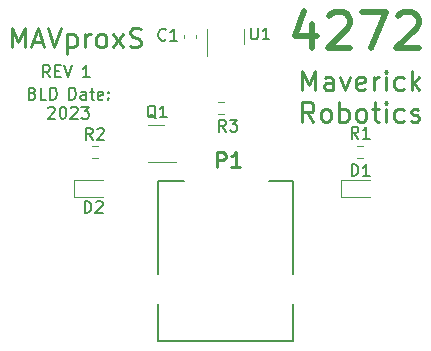
<source format=gbr>
%TF.GenerationSoftware,KiCad,Pcbnew,(7.0.0)*%
%TF.CreationDate,2023-11-20T19:32:08-05:00*%
%TF.ProjectId,4272MAVproxS_R1,34323732-4d41-4567-9072-6f78535f5231,rev?*%
%TF.SameCoordinates,Original*%
%TF.FileFunction,Legend,Top*%
%TF.FilePolarity,Positive*%
%FSLAX46Y46*%
G04 Gerber Fmt 4.6, Leading zero omitted, Abs format (unit mm)*
G04 Created by KiCad (PCBNEW (7.0.0)) date 2023-11-20 19:32:08*
%MOMM*%
%LPD*%
G01*
G04 APERTURE LIST*
%ADD10C,0.254000*%
%ADD11C,0.150000*%
%ADD12C,0.203200*%
%ADD13C,0.482600*%
%ADD14C,0.120000*%
%ADD15C,0.200000*%
G04 APERTURE END LIST*
D10*
X134258095Y-51715711D02*
X134258095Y-50064711D01*
X134258095Y-50064711D02*
X134808428Y-51243997D01*
X134808428Y-51243997D02*
X135358761Y-50064711D01*
X135358761Y-50064711D02*
X135358761Y-51715711D01*
X136066333Y-51243997D02*
X136852523Y-51243997D01*
X135909095Y-51715711D02*
X136459428Y-50064711D01*
X136459428Y-50064711D02*
X137009761Y-51715711D01*
X137324238Y-50064711D02*
X137874571Y-51715711D01*
X137874571Y-51715711D02*
X138424904Y-50064711D01*
X138975238Y-50615045D02*
X138975238Y-52266045D01*
X138975238Y-50693664D02*
X139132476Y-50615045D01*
X139132476Y-50615045D02*
X139446952Y-50615045D01*
X139446952Y-50615045D02*
X139604190Y-50693664D01*
X139604190Y-50693664D02*
X139682809Y-50772283D01*
X139682809Y-50772283D02*
X139761428Y-50929521D01*
X139761428Y-50929521D02*
X139761428Y-51401235D01*
X139761428Y-51401235D02*
X139682809Y-51558473D01*
X139682809Y-51558473D02*
X139604190Y-51637092D01*
X139604190Y-51637092D02*
X139446952Y-51715711D01*
X139446952Y-51715711D02*
X139132476Y-51715711D01*
X139132476Y-51715711D02*
X138975238Y-51637092D01*
X140469000Y-51715711D02*
X140469000Y-50615045D01*
X140469000Y-50929521D02*
X140547619Y-50772283D01*
X140547619Y-50772283D02*
X140626238Y-50693664D01*
X140626238Y-50693664D02*
X140783476Y-50615045D01*
X140783476Y-50615045D02*
X140940714Y-50615045D01*
X141726905Y-51715711D02*
X141569667Y-51637092D01*
X141569667Y-51637092D02*
X141491048Y-51558473D01*
X141491048Y-51558473D02*
X141412429Y-51401235D01*
X141412429Y-51401235D02*
X141412429Y-50929521D01*
X141412429Y-50929521D02*
X141491048Y-50772283D01*
X141491048Y-50772283D02*
X141569667Y-50693664D01*
X141569667Y-50693664D02*
X141726905Y-50615045D01*
X141726905Y-50615045D02*
X141962762Y-50615045D01*
X141962762Y-50615045D02*
X142120000Y-50693664D01*
X142120000Y-50693664D02*
X142198619Y-50772283D01*
X142198619Y-50772283D02*
X142277238Y-50929521D01*
X142277238Y-50929521D02*
X142277238Y-51401235D01*
X142277238Y-51401235D02*
X142198619Y-51558473D01*
X142198619Y-51558473D02*
X142120000Y-51637092D01*
X142120000Y-51637092D02*
X141962762Y-51715711D01*
X141962762Y-51715711D02*
X141726905Y-51715711D01*
X142827572Y-51715711D02*
X143692381Y-50615045D01*
X142827572Y-50615045D02*
X143692381Y-51715711D01*
X144242715Y-51637092D02*
X144478572Y-51715711D01*
X144478572Y-51715711D02*
X144871667Y-51715711D01*
X144871667Y-51715711D02*
X145028905Y-51637092D01*
X145028905Y-51637092D02*
X145107524Y-51558473D01*
X145107524Y-51558473D02*
X145186143Y-51401235D01*
X145186143Y-51401235D02*
X145186143Y-51243997D01*
X145186143Y-51243997D02*
X145107524Y-51086759D01*
X145107524Y-51086759D02*
X145028905Y-51008140D01*
X145028905Y-51008140D02*
X144871667Y-50929521D01*
X144871667Y-50929521D02*
X144557191Y-50850902D01*
X144557191Y-50850902D02*
X144399953Y-50772283D01*
X144399953Y-50772283D02*
X144321334Y-50693664D01*
X144321334Y-50693664D02*
X144242715Y-50536426D01*
X144242715Y-50536426D02*
X144242715Y-50379188D01*
X144242715Y-50379188D02*
X144321334Y-50221950D01*
X144321334Y-50221950D02*
X144399953Y-50143331D01*
X144399953Y-50143331D02*
X144557191Y-50064711D01*
X144557191Y-50064711D02*
X144950286Y-50064711D01*
X144950286Y-50064711D02*
X145186143Y-50143331D01*
D11*
X136026904Y-55613571D02*
X136169761Y-55661190D01*
X136169761Y-55661190D02*
X136217380Y-55708809D01*
X136217380Y-55708809D02*
X136264999Y-55804047D01*
X136264999Y-55804047D02*
X136264999Y-55946904D01*
X136264999Y-55946904D02*
X136217380Y-56042142D01*
X136217380Y-56042142D02*
X136169761Y-56089761D01*
X136169761Y-56089761D02*
X136074523Y-56137380D01*
X136074523Y-56137380D02*
X135693571Y-56137380D01*
X135693571Y-56137380D02*
X135693571Y-55137380D01*
X135693571Y-55137380D02*
X136026904Y-55137380D01*
X136026904Y-55137380D02*
X136122142Y-55185000D01*
X136122142Y-55185000D02*
X136169761Y-55232619D01*
X136169761Y-55232619D02*
X136217380Y-55327857D01*
X136217380Y-55327857D02*
X136217380Y-55423095D01*
X136217380Y-55423095D02*
X136169761Y-55518333D01*
X136169761Y-55518333D02*
X136122142Y-55565952D01*
X136122142Y-55565952D02*
X136026904Y-55613571D01*
X136026904Y-55613571D02*
X135693571Y-55613571D01*
X137169761Y-56137380D02*
X136693571Y-56137380D01*
X136693571Y-56137380D02*
X136693571Y-55137380D01*
X137503095Y-56137380D02*
X137503095Y-55137380D01*
X137503095Y-55137380D02*
X137741190Y-55137380D01*
X137741190Y-55137380D02*
X137884047Y-55185000D01*
X137884047Y-55185000D02*
X137979285Y-55280238D01*
X137979285Y-55280238D02*
X138026904Y-55375476D01*
X138026904Y-55375476D02*
X138074523Y-55565952D01*
X138074523Y-55565952D02*
X138074523Y-55708809D01*
X138074523Y-55708809D02*
X138026904Y-55899285D01*
X138026904Y-55899285D02*
X137979285Y-55994523D01*
X137979285Y-55994523D02*
X137884047Y-56089761D01*
X137884047Y-56089761D02*
X137741190Y-56137380D01*
X137741190Y-56137380D02*
X137503095Y-56137380D01*
X139103095Y-56137380D02*
X139103095Y-55137380D01*
X139103095Y-55137380D02*
X139341190Y-55137380D01*
X139341190Y-55137380D02*
X139484047Y-55185000D01*
X139484047Y-55185000D02*
X139579285Y-55280238D01*
X139579285Y-55280238D02*
X139626904Y-55375476D01*
X139626904Y-55375476D02*
X139674523Y-55565952D01*
X139674523Y-55565952D02*
X139674523Y-55708809D01*
X139674523Y-55708809D02*
X139626904Y-55899285D01*
X139626904Y-55899285D02*
X139579285Y-55994523D01*
X139579285Y-55994523D02*
X139484047Y-56089761D01*
X139484047Y-56089761D02*
X139341190Y-56137380D01*
X139341190Y-56137380D02*
X139103095Y-56137380D01*
X140531666Y-56137380D02*
X140531666Y-55613571D01*
X140531666Y-55613571D02*
X140484047Y-55518333D01*
X140484047Y-55518333D02*
X140388809Y-55470714D01*
X140388809Y-55470714D02*
X140198333Y-55470714D01*
X140198333Y-55470714D02*
X140103095Y-55518333D01*
X140531666Y-56089761D02*
X140436428Y-56137380D01*
X140436428Y-56137380D02*
X140198333Y-56137380D01*
X140198333Y-56137380D02*
X140103095Y-56089761D01*
X140103095Y-56089761D02*
X140055476Y-55994523D01*
X140055476Y-55994523D02*
X140055476Y-55899285D01*
X140055476Y-55899285D02*
X140103095Y-55804047D01*
X140103095Y-55804047D02*
X140198333Y-55756428D01*
X140198333Y-55756428D02*
X140436428Y-55756428D01*
X140436428Y-55756428D02*
X140531666Y-55708809D01*
X140865000Y-55470714D02*
X141245952Y-55470714D01*
X141007857Y-55137380D02*
X141007857Y-55994523D01*
X141007857Y-55994523D02*
X141055476Y-56089761D01*
X141055476Y-56089761D02*
X141150714Y-56137380D01*
X141150714Y-56137380D02*
X141245952Y-56137380D01*
X141960238Y-56089761D02*
X141865000Y-56137380D01*
X141865000Y-56137380D02*
X141674524Y-56137380D01*
X141674524Y-56137380D02*
X141579286Y-56089761D01*
X141579286Y-56089761D02*
X141531667Y-55994523D01*
X141531667Y-55994523D02*
X141531667Y-55613571D01*
X141531667Y-55613571D02*
X141579286Y-55518333D01*
X141579286Y-55518333D02*
X141674524Y-55470714D01*
X141674524Y-55470714D02*
X141865000Y-55470714D01*
X141865000Y-55470714D02*
X141960238Y-55518333D01*
X141960238Y-55518333D02*
X142007857Y-55613571D01*
X142007857Y-55613571D02*
X142007857Y-55708809D01*
X142007857Y-55708809D02*
X141531667Y-55804047D01*
X142436429Y-56042142D02*
X142484048Y-56089761D01*
X142484048Y-56089761D02*
X142436429Y-56137380D01*
X142436429Y-56137380D02*
X142388810Y-56089761D01*
X142388810Y-56089761D02*
X142436429Y-56042142D01*
X142436429Y-56042142D02*
X142436429Y-56137380D01*
X142436429Y-55518333D02*
X142484048Y-55565952D01*
X142484048Y-55565952D02*
X142436429Y-55613571D01*
X142436429Y-55613571D02*
X142388810Y-55565952D01*
X142388810Y-55565952D02*
X142436429Y-55518333D01*
X142436429Y-55518333D02*
X142436429Y-55613571D01*
X137350714Y-56852619D02*
X137398333Y-56805000D01*
X137398333Y-56805000D02*
X137493571Y-56757380D01*
X137493571Y-56757380D02*
X137731666Y-56757380D01*
X137731666Y-56757380D02*
X137826904Y-56805000D01*
X137826904Y-56805000D02*
X137874523Y-56852619D01*
X137874523Y-56852619D02*
X137922142Y-56947857D01*
X137922142Y-56947857D02*
X137922142Y-57043095D01*
X137922142Y-57043095D02*
X137874523Y-57185952D01*
X137874523Y-57185952D02*
X137303095Y-57757380D01*
X137303095Y-57757380D02*
X137922142Y-57757380D01*
X138541190Y-56757380D02*
X138636428Y-56757380D01*
X138636428Y-56757380D02*
X138731666Y-56805000D01*
X138731666Y-56805000D02*
X138779285Y-56852619D01*
X138779285Y-56852619D02*
X138826904Y-56947857D01*
X138826904Y-56947857D02*
X138874523Y-57138333D01*
X138874523Y-57138333D02*
X138874523Y-57376428D01*
X138874523Y-57376428D02*
X138826904Y-57566904D01*
X138826904Y-57566904D02*
X138779285Y-57662142D01*
X138779285Y-57662142D02*
X138731666Y-57709761D01*
X138731666Y-57709761D02*
X138636428Y-57757380D01*
X138636428Y-57757380D02*
X138541190Y-57757380D01*
X138541190Y-57757380D02*
X138445952Y-57709761D01*
X138445952Y-57709761D02*
X138398333Y-57662142D01*
X138398333Y-57662142D02*
X138350714Y-57566904D01*
X138350714Y-57566904D02*
X138303095Y-57376428D01*
X138303095Y-57376428D02*
X138303095Y-57138333D01*
X138303095Y-57138333D02*
X138350714Y-56947857D01*
X138350714Y-56947857D02*
X138398333Y-56852619D01*
X138398333Y-56852619D02*
X138445952Y-56805000D01*
X138445952Y-56805000D02*
X138541190Y-56757380D01*
X139255476Y-56852619D02*
X139303095Y-56805000D01*
X139303095Y-56805000D02*
X139398333Y-56757380D01*
X139398333Y-56757380D02*
X139636428Y-56757380D01*
X139636428Y-56757380D02*
X139731666Y-56805000D01*
X139731666Y-56805000D02*
X139779285Y-56852619D01*
X139779285Y-56852619D02*
X139826904Y-56947857D01*
X139826904Y-56947857D02*
X139826904Y-57043095D01*
X139826904Y-57043095D02*
X139779285Y-57185952D01*
X139779285Y-57185952D02*
X139207857Y-57757380D01*
X139207857Y-57757380D02*
X139826904Y-57757380D01*
X140160238Y-56757380D02*
X140779285Y-56757380D01*
X140779285Y-56757380D02*
X140445952Y-57138333D01*
X140445952Y-57138333D02*
X140588809Y-57138333D01*
X140588809Y-57138333D02*
X140684047Y-57185952D01*
X140684047Y-57185952D02*
X140731666Y-57233571D01*
X140731666Y-57233571D02*
X140779285Y-57328809D01*
X140779285Y-57328809D02*
X140779285Y-57566904D01*
X140779285Y-57566904D02*
X140731666Y-57662142D01*
X140731666Y-57662142D02*
X140684047Y-57709761D01*
X140684047Y-57709761D02*
X140588809Y-57757380D01*
X140588809Y-57757380D02*
X140303095Y-57757380D01*
X140303095Y-57757380D02*
X140207857Y-57709761D01*
X140207857Y-57709761D02*
X140160238Y-57662142D01*
D12*
X137487476Y-54253899D02*
X137148809Y-53770089D01*
X136906904Y-54253899D02*
X136906904Y-53237899D01*
X136906904Y-53237899D02*
X137293952Y-53237899D01*
X137293952Y-53237899D02*
X137390714Y-53286280D01*
X137390714Y-53286280D02*
X137439095Y-53334660D01*
X137439095Y-53334660D02*
X137487476Y-53431422D01*
X137487476Y-53431422D02*
X137487476Y-53576565D01*
X137487476Y-53576565D02*
X137439095Y-53673327D01*
X137439095Y-53673327D02*
X137390714Y-53721708D01*
X137390714Y-53721708D02*
X137293952Y-53770089D01*
X137293952Y-53770089D02*
X136906904Y-53770089D01*
X137922904Y-53721708D02*
X138261571Y-53721708D01*
X138406714Y-54253899D02*
X137922904Y-54253899D01*
X137922904Y-54253899D02*
X137922904Y-53237899D01*
X137922904Y-53237899D02*
X138406714Y-53237899D01*
X138696999Y-53237899D02*
X139035666Y-54253899D01*
X139035666Y-54253899D02*
X139374333Y-53237899D01*
X140854790Y-54253899D02*
X140274218Y-54253899D01*
X140564504Y-54253899D02*
X140564504Y-53237899D01*
X140564504Y-53237899D02*
X140467742Y-53383041D01*
X140467742Y-53383041D02*
X140370980Y-53479803D01*
X140370980Y-53479803D02*
X140274218Y-53528184D01*
D13*
X159697000Y-49779697D02*
X159697000Y-51811697D01*
X158971285Y-48618554D02*
X158245571Y-50795697D01*
X158245571Y-50795697D02*
X160132428Y-50795697D01*
X161148428Y-49053982D02*
X161293571Y-48908840D01*
X161293571Y-48908840D02*
X161583857Y-48763697D01*
X161583857Y-48763697D02*
X162309571Y-48763697D01*
X162309571Y-48763697D02*
X162599857Y-48908840D01*
X162599857Y-48908840D02*
X162744999Y-49053982D01*
X162744999Y-49053982D02*
X162890142Y-49344268D01*
X162890142Y-49344268D02*
X162890142Y-49634554D01*
X162890142Y-49634554D02*
X162744999Y-50069982D01*
X162744999Y-50069982D02*
X161003285Y-51811697D01*
X161003285Y-51811697D02*
X162890142Y-51811697D01*
X163906142Y-48763697D02*
X165938142Y-48763697D01*
X165938142Y-48763697D02*
X164631856Y-51811697D01*
X166954142Y-49053982D02*
X167099285Y-48908840D01*
X167099285Y-48908840D02*
X167389571Y-48763697D01*
X167389571Y-48763697D02*
X168115285Y-48763697D01*
X168115285Y-48763697D02*
X168405571Y-48908840D01*
X168405571Y-48908840D02*
X168550713Y-49053982D01*
X168550713Y-49053982D02*
X168695856Y-49344268D01*
X168695856Y-49344268D02*
X168695856Y-49634554D01*
X168695856Y-49634554D02*
X168550713Y-50069982D01*
X168550713Y-50069982D02*
X166808999Y-51811697D01*
X166808999Y-51811697D02*
X168695856Y-51811697D01*
D10*
X158858095Y-55341091D02*
X158858095Y-53690091D01*
X158858095Y-53690091D02*
X159408428Y-54869377D01*
X159408428Y-54869377D02*
X159958761Y-53690091D01*
X159958761Y-53690091D02*
X159958761Y-55341091D01*
X161452523Y-55341091D02*
X161452523Y-54476282D01*
X161452523Y-54476282D02*
X161373904Y-54319044D01*
X161373904Y-54319044D02*
X161216666Y-54240425D01*
X161216666Y-54240425D02*
X160902190Y-54240425D01*
X160902190Y-54240425D02*
X160744952Y-54319044D01*
X161452523Y-55262472D02*
X161295285Y-55341091D01*
X161295285Y-55341091D02*
X160902190Y-55341091D01*
X160902190Y-55341091D02*
X160744952Y-55262472D01*
X160744952Y-55262472D02*
X160666333Y-55105234D01*
X160666333Y-55105234D02*
X160666333Y-54947996D01*
X160666333Y-54947996D02*
X160744952Y-54790758D01*
X160744952Y-54790758D02*
X160902190Y-54712139D01*
X160902190Y-54712139D02*
X161295285Y-54712139D01*
X161295285Y-54712139D02*
X161452523Y-54633520D01*
X162081476Y-54240425D02*
X162474571Y-55341091D01*
X162474571Y-55341091D02*
X162867666Y-54240425D01*
X164125571Y-55262472D02*
X163968333Y-55341091D01*
X163968333Y-55341091D02*
X163653857Y-55341091D01*
X163653857Y-55341091D02*
X163496619Y-55262472D01*
X163496619Y-55262472D02*
X163418000Y-55105234D01*
X163418000Y-55105234D02*
X163418000Y-54476282D01*
X163418000Y-54476282D02*
X163496619Y-54319044D01*
X163496619Y-54319044D02*
X163653857Y-54240425D01*
X163653857Y-54240425D02*
X163968333Y-54240425D01*
X163968333Y-54240425D02*
X164125571Y-54319044D01*
X164125571Y-54319044D02*
X164204190Y-54476282D01*
X164204190Y-54476282D02*
X164204190Y-54633520D01*
X164204190Y-54633520D02*
X163418000Y-54790758D01*
X164911762Y-55341091D02*
X164911762Y-54240425D01*
X164911762Y-54554901D02*
X164990381Y-54397663D01*
X164990381Y-54397663D02*
X165069000Y-54319044D01*
X165069000Y-54319044D02*
X165226238Y-54240425D01*
X165226238Y-54240425D02*
X165383476Y-54240425D01*
X165933810Y-55341091D02*
X165933810Y-54240425D01*
X165933810Y-53690091D02*
X165855191Y-53768711D01*
X165855191Y-53768711D02*
X165933810Y-53847330D01*
X165933810Y-53847330D02*
X166012429Y-53768711D01*
X166012429Y-53768711D02*
X165933810Y-53690091D01*
X165933810Y-53690091D02*
X165933810Y-53847330D01*
X167427571Y-55262472D02*
X167270333Y-55341091D01*
X167270333Y-55341091D02*
X166955857Y-55341091D01*
X166955857Y-55341091D02*
X166798619Y-55262472D01*
X166798619Y-55262472D02*
X166720000Y-55183853D01*
X166720000Y-55183853D02*
X166641381Y-55026615D01*
X166641381Y-55026615D02*
X166641381Y-54554901D01*
X166641381Y-54554901D02*
X166720000Y-54397663D01*
X166720000Y-54397663D02*
X166798619Y-54319044D01*
X166798619Y-54319044D02*
X166955857Y-54240425D01*
X166955857Y-54240425D02*
X167270333Y-54240425D01*
X167270333Y-54240425D02*
X167427571Y-54319044D01*
X168135143Y-55341091D02*
X168135143Y-53690091D01*
X168292381Y-54712139D02*
X168764095Y-55341091D01*
X168764095Y-54240425D02*
X168135143Y-54869377D01*
X159801523Y-58015711D02*
X159251190Y-57229521D01*
X158858095Y-58015711D02*
X158858095Y-56364711D01*
X158858095Y-56364711D02*
X159487047Y-56364711D01*
X159487047Y-56364711D02*
X159644285Y-56443331D01*
X159644285Y-56443331D02*
X159722904Y-56521950D01*
X159722904Y-56521950D02*
X159801523Y-56679188D01*
X159801523Y-56679188D02*
X159801523Y-56915045D01*
X159801523Y-56915045D02*
X159722904Y-57072283D01*
X159722904Y-57072283D02*
X159644285Y-57150902D01*
X159644285Y-57150902D02*
X159487047Y-57229521D01*
X159487047Y-57229521D02*
X158858095Y-57229521D01*
X160744952Y-58015711D02*
X160587714Y-57937092D01*
X160587714Y-57937092D02*
X160509095Y-57858473D01*
X160509095Y-57858473D02*
X160430476Y-57701235D01*
X160430476Y-57701235D02*
X160430476Y-57229521D01*
X160430476Y-57229521D02*
X160509095Y-57072283D01*
X160509095Y-57072283D02*
X160587714Y-56993664D01*
X160587714Y-56993664D02*
X160744952Y-56915045D01*
X160744952Y-56915045D02*
X160980809Y-56915045D01*
X160980809Y-56915045D02*
X161138047Y-56993664D01*
X161138047Y-56993664D02*
X161216666Y-57072283D01*
X161216666Y-57072283D02*
X161295285Y-57229521D01*
X161295285Y-57229521D02*
X161295285Y-57701235D01*
X161295285Y-57701235D02*
X161216666Y-57858473D01*
X161216666Y-57858473D02*
X161138047Y-57937092D01*
X161138047Y-57937092D02*
X160980809Y-58015711D01*
X160980809Y-58015711D02*
X160744952Y-58015711D01*
X162002857Y-58015711D02*
X162002857Y-56364711D01*
X162002857Y-56993664D02*
X162160095Y-56915045D01*
X162160095Y-56915045D02*
X162474571Y-56915045D01*
X162474571Y-56915045D02*
X162631809Y-56993664D01*
X162631809Y-56993664D02*
X162710428Y-57072283D01*
X162710428Y-57072283D02*
X162789047Y-57229521D01*
X162789047Y-57229521D02*
X162789047Y-57701235D01*
X162789047Y-57701235D02*
X162710428Y-57858473D01*
X162710428Y-57858473D02*
X162631809Y-57937092D01*
X162631809Y-57937092D02*
X162474571Y-58015711D01*
X162474571Y-58015711D02*
X162160095Y-58015711D01*
X162160095Y-58015711D02*
X162002857Y-57937092D01*
X163732476Y-58015711D02*
X163575238Y-57937092D01*
X163575238Y-57937092D02*
X163496619Y-57858473D01*
X163496619Y-57858473D02*
X163418000Y-57701235D01*
X163418000Y-57701235D02*
X163418000Y-57229521D01*
X163418000Y-57229521D02*
X163496619Y-57072283D01*
X163496619Y-57072283D02*
X163575238Y-56993664D01*
X163575238Y-56993664D02*
X163732476Y-56915045D01*
X163732476Y-56915045D02*
X163968333Y-56915045D01*
X163968333Y-56915045D02*
X164125571Y-56993664D01*
X164125571Y-56993664D02*
X164204190Y-57072283D01*
X164204190Y-57072283D02*
X164282809Y-57229521D01*
X164282809Y-57229521D02*
X164282809Y-57701235D01*
X164282809Y-57701235D02*
X164204190Y-57858473D01*
X164204190Y-57858473D02*
X164125571Y-57937092D01*
X164125571Y-57937092D02*
X163968333Y-58015711D01*
X163968333Y-58015711D02*
X163732476Y-58015711D01*
X164754524Y-56915045D02*
X165383476Y-56915045D01*
X164990381Y-56364711D02*
X164990381Y-57779854D01*
X164990381Y-57779854D02*
X165069000Y-57937092D01*
X165069000Y-57937092D02*
X165226238Y-58015711D01*
X165226238Y-58015711D02*
X165383476Y-58015711D01*
X165933810Y-58015711D02*
X165933810Y-56915045D01*
X165933810Y-56364711D02*
X165855191Y-56443331D01*
X165855191Y-56443331D02*
X165933810Y-56521950D01*
X165933810Y-56521950D02*
X166012429Y-56443331D01*
X166012429Y-56443331D02*
X165933810Y-56364711D01*
X165933810Y-56364711D02*
X165933810Y-56521950D01*
X167427571Y-57937092D02*
X167270333Y-58015711D01*
X167270333Y-58015711D02*
X166955857Y-58015711D01*
X166955857Y-58015711D02*
X166798619Y-57937092D01*
X166798619Y-57937092D02*
X166720000Y-57858473D01*
X166720000Y-57858473D02*
X166641381Y-57701235D01*
X166641381Y-57701235D02*
X166641381Y-57229521D01*
X166641381Y-57229521D02*
X166720000Y-57072283D01*
X166720000Y-57072283D02*
X166798619Y-56993664D01*
X166798619Y-56993664D02*
X166955857Y-56915045D01*
X166955857Y-56915045D02*
X167270333Y-56915045D01*
X167270333Y-56915045D02*
X167427571Y-56993664D01*
X168056524Y-57937092D02*
X168213762Y-58015711D01*
X168213762Y-58015711D02*
X168528238Y-58015711D01*
X168528238Y-58015711D02*
X168685476Y-57937092D01*
X168685476Y-57937092D02*
X168764095Y-57779854D01*
X168764095Y-57779854D02*
X168764095Y-57701235D01*
X168764095Y-57701235D02*
X168685476Y-57543997D01*
X168685476Y-57543997D02*
X168528238Y-57465378D01*
X168528238Y-57465378D02*
X168292381Y-57465378D01*
X168292381Y-57465378D02*
X168135143Y-57386759D01*
X168135143Y-57386759D02*
X168056524Y-57229521D01*
X168056524Y-57229521D02*
X168056524Y-57150902D01*
X168056524Y-57150902D02*
X168135143Y-56993664D01*
X168135143Y-56993664D02*
X168292381Y-56915045D01*
X168292381Y-56915045D02*
X168528238Y-56915045D01*
X168528238Y-56915045D02*
X168685476Y-56993664D01*
D11*
%TO.C,D2*%
X140426905Y-65742380D02*
X140426905Y-64742380D01*
X140426905Y-64742380D02*
X140665000Y-64742380D01*
X140665000Y-64742380D02*
X140807857Y-64790000D01*
X140807857Y-64790000D02*
X140903095Y-64885238D01*
X140903095Y-64885238D02*
X140950714Y-64980476D01*
X140950714Y-64980476D02*
X140998333Y-65170952D01*
X140998333Y-65170952D02*
X140998333Y-65313809D01*
X140998333Y-65313809D02*
X140950714Y-65504285D01*
X140950714Y-65504285D02*
X140903095Y-65599523D01*
X140903095Y-65599523D02*
X140807857Y-65694761D01*
X140807857Y-65694761D02*
X140665000Y-65742380D01*
X140665000Y-65742380D02*
X140426905Y-65742380D01*
X141379286Y-64837619D02*
X141426905Y-64790000D01*
X141426905Y-64790000D02*
X141522143Y-64742380D01*
X141522143Y-64742380D02*
X141760238Y-64742380D01*
X141760238Y-64742380D02*
X141855476Y-64790000D01*
X141855476Y-64790000D02*
X141903095Y-64837619D01*
X141903095Y-64837619D02*
X141950714Y-64932857D01*
X141950714Y-64932857D02*
X141950714Y-65028095D01*
X141950714Y-65028095D02*
X141903095Y-65170952D01*
X141903095Y-65170952D02*
X141331667Y-65742380D01*
X141331667Y-65742380D02*
X141950714Y-65742380D01*
%TO.C,D1*%
X163026905Y-62612380D02*
X163026905Y-61612380D01*
X163026905Y-61612380D02*
X163265000Y-61612380D01*
X163265000Y-61612380D02*
X163407857Y-61660000D01*
X163407857Y-61660000D02*
X163503095Y-61755238D01*
X163503095Y-61755238D02*
X163550714Y-61850476D01*
X163550714Y-61850476D02*
X163598333Y-62040952D01*
X163598333Y-62040952D02*
X163598333Y-62183809D01*
X163598333Y-62183809D02*
X163550714Y-62374285D01*
X163550714Y-62374285D02*
X163503095Y-62469523D01*
X163503095Y-62469523D02*
X163407857Y-62564761D01*
X163407857Y-62564761D02*
X163265000Y-62612380D01*
X163265000Y-62612380D02*
X163026905Y-62612380D01*
X164550714Y-62612380D02*
X163979286Y-62612380D01*
X164265000Y-62612380D02*
X164265000Y-61612380D01*
X164265000Y-61612380D02*
X164169762Y-61755238D01*
X164169762Y-61755238D02*
X164074524Y-61850476D01*
X164074524Y-61850476D02*
X163979286Y-61898095D01*
%TO.C,U1*%
X154503095Y-50042380D02*
X154503095Y-50851904D01*
X154503095Y-50851904D02*
X154550714Y-50947142D01*
X154550714Y-50947142D02*
X154598333Y-50994761D01*
X154598333Y-50994761D02*
X154693571Y-51042380D01*
X154693571Y-51042380D02*
X154884047Y-51042380D01*
X154884047Y-51042380D02*
X154979285Y-50994761D01*
X154979285Y-50994761D02*
X155026904Y-50947142D01*
X155026904Y-50947142D02*
X155074523Y-50851904D01*
X155074523Y-50851904D02*
X155074523Y-50042380D01*
X156074523Y-51042380D02*
X155503095Y-51042380D01*
X155788809Y-51042380D02*
X155788809Y-50042380D01*
X155788809Y-50042380D02*
X155693571Y-50185238D01*
X155693571Y-50185238D02*
X155598333Y-50280476D01*
X155598333Y-50280476D02*
X155503095Y-50328095D01*
%TO.C,Q1*%
X146469761Y-57737619D02*
X146374523Y-57690000D01*
X146374523Y-57690000D02*
X146279285Y-57594761D01*
X146279285Y-57594761D02*
X146136428Y-57451904D01*
X146136428Y-57451904D02*
X146041190Y-57404285D01*
X146041190Y-57404285D02*
X145945952Y-57404285D01*
X145993571Y-57642380D02*
X145898333Y-57594761D01*
X145898333Y-57594761D02*
X145803095Y-57499523D01*
X145803095Y-57499523D02*
X145755476Y-57309047D01*
X145755476Y-57309047D02*
X145755476Y-56975714D01*
X145755476Y-56975714D02*
X145803095Y-56785238D01*
X145803095Y-56785238D02*
X145898333Y-56690000D01*
X145898333Y-56690000D02*
X145993571Y-56642380D01*
X145993571Y-56642380D02*
X146184047Y-56642380D01*
X146184047Y-56642380D02*
X146279285Y-56690000D01*
X146279285Y-56690000D02*
X146374523Y-56785238D01*
X146374523Y-56785238D02*
X146422142Y-56975714D01*
X146422142Y-56975714D02*
X146422142Y-57309047D01*
X146422142Y-57309047D02*
X146374523Y-57499523D01*
X146374523Y-57499523D02*
X146279285Y-57594761D01*
X146279285Y-57594761D02*
X146184047Y-57642380D01*
X146184047Y-57642380D02*
X145993571Y-57642380D01*
X147374523Y-57642380D02*
X146803095Y-57642380D01*
X147088809Y-57642380D02*
X147088809Y-56642380D01*
X147088809Y-56642380D02*
X146993571Y-56785238D01*
X146993571Y-56785238D02*
X146898333Y-56880476D01*
X146898333Y-56880476D02*
X146803095Y-56928095D01*
%TO.C,R2*%
X141098333Y-59542380D02*
X140765000Y-59066190D01*
X140526905Y-59542380D02*
X140526905Y-58542380D01*
X140526905Y-58542380D02*
X140907857Y-58542380D01*
X140907857Y-58542380D02*
X141003095Y-58590000D01*
X141003095Y-58590000D02*
X141050714Y-58637619D01*
X141050714Y-58637619D02*
X141098333Y-58732857D01*
X141098333Y-58732857D02*
X141098333Y-58875714D01*
X141098333Y-58875714D02*
X141050714Y-58970952D01*
X141050714Y-58970952D02*
X141003095Y-59018571D01*
X141003095Y-59018571D02*
X140907857Y-59066190D01*
X140907857Y-59066190D02*
X140526905Y-59066190D01*
X141479286Y-58637619D02*
X141526905Y-58590000D01*
X141526905Y-58590000D02*
X141622143Y-58542380D01*
X141622143Y-58542380D02*
X141860238Y-58542380D01*
X141860238Y-58542380D02*
X141955476Y-58590000D01*
X141955476Y-58590000D02*
X142003095Y-58637619D01*
X142003095Y-58637619D02*
X142050714Y-58732857D01*
X142050714Y-58732857D02*
X142050714Y-58828095D01*
X142050714Y-58828095D02*
X142003095Y-58970952D01*
X142003095Y-58970952D02*
X141431667Y-59542380D01*
X141431667Y-59542380D02*
X142050714Y-59542380D01*
D10*
%TO.C,P1*%
X151641618Y-61855573D02*
X151641618Y-60585573D01*
X151641618Y-60585573D02*
X152125428Y-60585573D01*
X152125428Y-60585573D02*
X152246380Y-60646050D01*
X152246380Y-60646050D02*
X152306857Y-60706526D01*
X152306857Y-60706526D02*
X152367333Y-60827478D01*
X152367333Y-60827478D02*
X152367333Y-61008907D01*
X152367333Y-61008907D02*
X152306857Y-61129859D01*
X152306857Y-61129859D02*
X152246380Y-61190335D01*
X152246380Y-61190335D02*
X152125428Y-61250811D01*
X152125428Y-61250811D02*
X151641618Y-61250811D01*
X153576857Y-61855573D02*
X152851142Y-61855573D01*
X153213999Y-61855573D02*
X153213999Y-60585573D01*
X153213999Y-60585573D02*
X153093047Y-60767002D01*
X153093047Y-60767002D02*
X152972095Y-60887954D01*
X152972095Y-60887954D02*
X152851142Y-60948430D01*
D11*
%TO.C,R3*%
X152398333Y-58842380D02*
X152065000Y-58366190D01*
X151826905Y-58842380D02*
X151826905Y-57842380D01*
X151826905Y-57842380D02*
X152207857Y-57842380D01*
X152207857Y-57842380D02*
X152303095Y-57890000D01*
X152303095Y-57890000D02*
X152350714Y-57937619D01*
X152350714Y-57937619D02*
X152398333Y-58032857D01*
X152398333Y-58032857D02*
X152398333Y-58175714D01*
X152398333Y-58175714D02*
X152350714Y-58270952D01*
X152350714Y-58270952D02*
X152303095Y-58318571D01*
X152303095Y-58318571D02*
X152207857Y-58366190D01*
X152207857Y-58366190D02*
X151826905Y-58366190D01*
X152731667Y-57842380D02*
X153350714Y-57842380D01*
X153350714Y-57842380D02*
X153017381Y-58223333D01*
X153017381Y-58223333D02*
X153160238Y-58223333D01*
X153160238Y-58223333D02*
X153255476Y-58270952D01*
X153255476Y-58270952D02*
X153303095Y-58318571D01*
X153303095Y-58318571D02*
X153350714Y-58413809D01*
X153350714Y-58413809D02*
X153350714Y-58651904D01*
X153350714Y-58651904D02*
X153303095Y-58747142D01*
X153303095Y-58747142D02*
X153255476Y-58794761D01*
X153255476Y-58794761D02*
X153160238Y-58842380D01*
X153160238Y-58842380D02*
X152874524Y-58842380D01*
X152874524Y-58842380D02*
X152779286Y-58794761D01*
X152779286Y-58794761D02*
X152731667Y-58747142D01*
%TO.C,R1*%
X163598333Y-59442380D02*
X163265000Y-58966190D01*
X163026905Y-59442380D02*
X163026905Y-58442380D01*
X163026905Y-58442380D02*
X163407857Y-58442380D01*
X163407857Y-58442380D02*
X163503095Y-58490000D01*
X163503095Y-58490000D02*
X163550714Y-58537619D01*
X163550714Y-58537619D02*
X163598333Y-58632857D01*
X163598333Y-58632857D02*
X163598333Y-58775714D01*
X163598333Y-58775714D02*
X163550714Y-58870952D01*
X163550714Y-58870952D02*
X163503095Y-58918571D01*
X163503095Y-58918571D02*
X163407857Y-58966190D01*
X163407857Y-58966190D02*
X163026905Y-58966190D01*
X164550714Y-59442380D02*
X163979286Y-59442380D01*
X164265000Y-59442380D02*
X164265000Y-58442380D01*
X164265000Y-58442380D02*
X164169762Y-58585238D01*
X164169762Y-58585238D02*
X164074524Y-58680476D01*
X164074524Y-58680476D02*
X163979286Y-58728095D01*
%TO.C,C1*%
X147298333Y-51047142D02*
X147250714Y-51094761D01*
X147250714Y-51094761D02*
X147107857Y-51142380D01*
X147107857Y-51142380D02*
X147012619Y-51142380D01*
X147012619Y-51142380D02*
X146869762Y-51094761D01*
X146869762Y-51094761D02*
X146774524Y-50999523D01*
X146774524Y-50999523D02*
X146726905Y-50904285D01*
X146726905Y-50904285D02*
X146679286Y-50713809D01*
X146679286Y-50713809D02*
X146679286Y-50570952D01*
X146679286Y-50570952D02*
X146726905Y-50380476D01*
X146726905Y-50380476D02*
X146774524Y-50285238D01*
X146774524Y-50285238D02*
X146869762Y-50190000D01*
X146869762Y-50190000D02*
X147012619Y-50142380D01*
X147012619Y-50142380D02*
X147107857Y-50142380D01*
X147107857Y-50142380D02*
X147250714Y-50190000D01*
X147250714Y-50190000D02*
X147298333Y-50237619D01*
X148250714Y-51142380D02*
X147679286Y-51142380D01*
X147965000Y-51142380D02*
X147965000Y-50142380D01*
X147965000Y-50142380D02*
X147869762Y-50285238D01*
X147869762Y-50285238D02*
X147774524Y-50380476D01*
X147774524Y-50380476D02*
X147679286Y-50428095D01*
D14*
%TO.C,D2*%
X141965000Y-62940000D02*
X139505000Y-62940000D01*
X139505000Y-64410000D02*
X141965000Y-64410000D01*
X139505000Y-62940000D02*
X139505000Y-64410000D01*
%TO.C,D1*%
X164565000Y-62940000D02*
X162105000Y-62940000D01*
X162105000Y-64410000D02*
X164565000Y-64410000D01*
X162105000Y-62940000D02*
X162105000Y-64410000D01*
%TO.C,U1*%
X150805000Y-50775000D02*
X150805000Y-50125000D01*
X153925000Y-50775000D02*
X153925000Y-50125000D01*
X150805000Y-50775000D02*
X150805000Y-52450000D01*
X153925000Y-50775000D02*
X153925000Y-51425000D01*
%TO.C,Q1*%
X146465000Y-61435000D02*
X148140000Y-61435000D01*
X146465000Y-61435000D02*
X145815000Y-61435000D01*
X146465000Y-58315000D02*
X147115000Y-58315000D01*
X146465000Y-58315000D02*
X145815000Y-58315000D01*
%TO.C,R2*%
X141010276Y-60052500D02*
X141519724Y-60052500D01*
X141010276Y-61097500D02*
X141519724Y-61097500D01*
D15*
%TO.C,P1*%
X146600000Y-63025000D02*
X148865000Y-63025000D01*
X146600000Y-70875000D02*
X146600000Y-63025000D01*
X146600000Y-76615000D02*
X146600000Y-73475000D01*
X156065000Y-63025000D02*
X158065000Y-63025000D01*
X158050000Y-73475000D02*
X158050000Y-76615000D01*
X158050000Y-76615000D02*
X146600000Y-76615000D01*
X158065000Y-63025000D02*
X158050000Y-70875000D01*
D14*
%TO.C,R3*%
X151710276Y-56352500D02*
X152219724Y-56352500D01*
X151710276Y-57397500D02*
X152219724Y-57397500D01*
%TO.C,R1*%
X163510276Y-61097500D02*
X164019724Y-61097500D01*
X163510276Y-60052500D02*
X164019724Y-60052500D01*
%TO.C,C1*%
X149875000Y-50921267D02*
X149875000Y-50628733D01*
X148855000Y-50921267D02*
X148855000Y-50628733D01*
%TD*%
M02*

</source>
